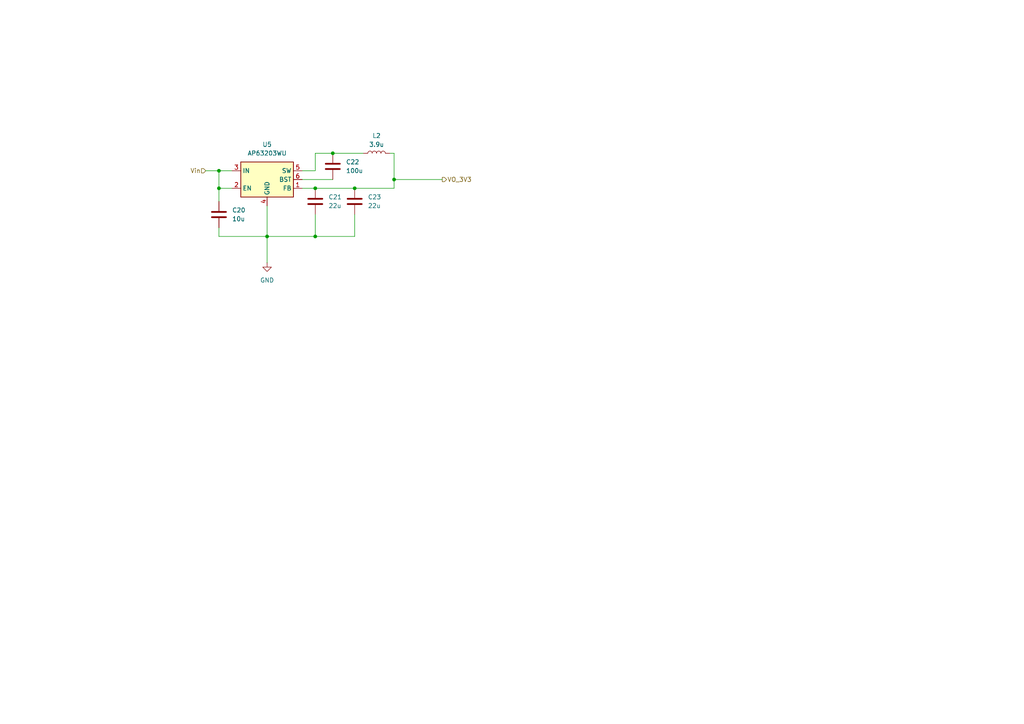
<source format=kicad_sch>
(kicad_sch (version 20250114) (generator "eeschema") (generator_version "9.0")
  (paper "A4")
  (lib_symbols
    (symbol "Device:C" (pin_numbers (hide yes)) (pin_names (offset 0.254))
      (property "Reference" "C" (at 0.635 2.54 0))
      (property "Value" "C" (at 0.635 -2.54 0))
      (symbol "C_0_1"
        (polyline (pts (xy -2.032 0.762) (xy 2.032 0.762)) (stroke (width 0.508)))
        (polyline (pts (xy -2.032 -0.762) (xy 2.032 -0.762)) (stroke (width 0.508)))
      )
      (symbol "C_1_1"
        (pin passive line (at 0 3.81 270) (length 2.794) (name "~") (number "1"))
        (pin passive line (at 0 -3.81 90) (length 2.794) (name "~") (number "2"))
      )
    )
    (symbol "Device:L" (pin_numbers (hide yes)) (pin_names (offset 1.016) (hide yes))
      (property "Reference" "L" (at -1.27 0 90))
      (property "Value" "L" (at 1.905 0 90))
      (symbol "L_0_1"
        (arc (start 0 2.54) (mid 0.6323 1.905) (end 0 1.27))
        (arc (start 0 1.27) (mid 0.6323 0.635) (end 0 0))
        (arc (start 0 0) (mid 0.6323 -0.635) (end 0 -1.27))
        (arc (start 0 -1.27) (mid 0.6323 -1.905) (end 0 -2.54))
      )
      (symbol "L_1_1"
        (pin passive line (at 0 3.81 270) (length 1.27) (name "1") (number "1"))
        (pin passive line (at 0 -3.81 90) (length 1.27) (name "2") (number "2"))
      )
    )
    (symbol "Regulator_Switching:AP63203WU"
      (property "Reference" "U" (at -7.62 6.35 0))
      (property "Value" "AP63203WU" (at 2.54 6.35 0))
      (symbol "AP63203WU_0_1"
        (rectangle (start -7.62 5.08) (end 7.62 -5.08) (stroke (width 0.254)) (fill (type background)))
      )
      (symbol "AP63203WU_1_1"
        (pin power_in line (at -10.16 2.54 0) (length 2.54) (name "IN") (number "3"))
        (pin input line (at -10.16 -2.54 0) (length 2.54) (name "EN") (number "2"))
        (pin power_in line (at 0 -7.62 90) (length 2.54) (name "GND") (number "4"))
        (pin output line (at 10.16 2.54 180) (length 2.54) (name "SW") (number "5"))
        (pin passive line (at 10.16 0 180) (length 2.54) (name "BST") (number "6"))
        (pin input line (at 10.16 -2.54 180) (length 2.54) (name "FB") (number "1"))
      )
    )
    (symbol "power:GND" (power) (pin_numbers (hide yes)) (pin_names (offset 0) (hide yes))
      (property "Value" "GND" (at 0 -3.81 0))
      (symbol "GND_0_1"
        (polyline (pts (xy 0 0) (xy 0 -1.27) (xy 1.27 -1.27) (xy 0 -2.54) (xy -1.27 -1.27) (xy 0 -1.27)))
      )
      (symbol "GND_1_1"
        (pin power_in line (at 0 0 270) (length 0) (name "~") (number "1"))
      )
    )
  )
  (junction (at 63.5 49.53))
  (junction (at 63.5 54.61))
  (junction (at 114.3 52.07))
  (junction (at 91.44 68.58))
  (junction (at 102.87 54.61))
  (junction (at 91.44 54.61))
  (junction (at 77.47 68.58))
  (junction (at 96.52 44.45))
  (wire (pts (xy 102.87 54.61) (xy 91.44 54.61)))
  (wire (pts (xy 102.87 62.23) (xy 102.87 68.58)))
  (wire (pts (xy 102.87 68.58) (xy 91.44 68.58)))
  (wire (pts (xy 91.44 49.53) (xy 91.44 44.45)))
  (wire (pts (xy 63.5 68.58) (xy 63.5 66.04)))
  (wire (pts (xy 67.31 54.61) (xy 63.5 54.61)))
  (wire (pts (xy 87.63 49.53) (xy 91.44 49.53)))
  (wire (pts (xy 77.47 68.58) (xy 77.47 76.2)))
  (wire (pts (xy 114.3 52.07) (xy 128.27 52.07)))
  (wire (pts (xy 102.87 54.61) (xy 114.3 54.61)))
  (wire (pts (xy 114.3 44.45) (xy 114.3 52.07)))
  (wire (pts (xy 77.47 68.58) (xy 91.44 68.58)))
  (wire (pts (xy 59.69 49.53) (xy 63.5 49.53)))
  (wire (pts (xy 91.44 68.58) (xy 91.44 62.23)))
  (wire (pts (xy 77.47 59.69) (xy 77.47 68.58)))
  (wire (pts (xy 63.5 54.61) (xy 63.5 49.53)))
  (wire (pts (xy 77.47 68.58) (xy 63.5 68.58)))
  (wire (pts (xy 87.63 52.07) (xy 96.52 52.07)))
  (wire (pts (xy 114.3 52.07) (xy 114.3 54.61)))
  (wire (pts (xy 91.44 54.61) (xy 87.63 54.61)))
  (wire (pts (xy 63.5 54.61) (xy 63.5 58.42)))
  (wire (pts (xy 91.44 44.45) (xy 96.52 44.45)))
  (wire (pts (xy 63.5 49.53) (xy 67.31 49.53)))
  (wire (pts (xy 114.3 44.45) (xy 113.03 44.45)))
  (wire (pts (xy 96.52 44.45) (xy 105.41 44.45)))
  (hierarchical_label "Vin" (shape input) (at 59.69 49.53 180))
  (hierarchical_label "VO_3V3" (shape output) (at 128.27 52.07 0))
  (symbol (lib_id "power:GND") (at 77.47 76.2 0) (unit 1)
    (property "Reference" "#PWR04" (effects (hide yes)))
    (property "Value" "GND" (at 77.47 81.28 0))
    (property "Description" "Power symbol creates a global label with name \"GND\" , ground" (effects (hide yes)))
  )
  (symbol (lib_id "Device:C") (at 91.44 58.42 0) (unit 1)
    (property "Reference" "C21" (at 95.25 57.1499 0) (effects (justify left)))
    (property "Value" "22u" (at 95.25 59.6899 0) (effects (justify left)))
    (property "Footprint" "Capacitor_SMD:C_0603_1608Metric_Pad1.08x0.95mm_HandSolder" (effects (hide yes)))
    (property "Description" "Unpolarized capacitor" (effects (hide yes)))
    (property "Digikey Part Number" "490-10476-1-ND" (effects (hide yes)))
  )
  (symbol (lib_id "Device:L") (at 109.22 44.45 90) (unit 1)
    (property "Reference" "L2" (at 109.22 39.37 90))
    (property "Value" "3.9u" (at 109.22 41.91 90))
    (property "Footprint" "Cu_Inductor:IND_BOURNS_SRR4028" (effects (hide yes)))
    (property "Description" "Inductor" (effects (hide yes)))
    (property "Digikey Part Number" "SRU8043-3R9YCT-ND" (effects (hide yes)))
  )
  (symbol (lib_id "Device:C") (at 63.5 62.23 0) (unit 1)
    (property "Reference" "C20" (at 67.31 60.9599 0) (effects (justify left)))
    (property "Value" "10u" (at 67.31 63.4999 0) (effects (justify left)))
    (property "Footprint" "Capacitor_SMD:C_0603_1608Metric_Pad1.08x0.95mm_HandSolder" (effects (hide yes)))
    (property "Description" "Unpolarized capacitor" (effects (hide yes)))
    (property "Digikey Part Number" "478-KGM15CR50J106MTCT-ND" (effects (hide yes)))
  )
  (symbol (lib_id "Regulator_Switching:AP63203WU") (at 77.47 52.07 0) (unit 1)
    (property "Reference" "U5" (at 77.47 41.91 0))
    (property "Value" "AP63203WU" (at 77.47 44.45 0))
    (property "Footprint" "Package_TO_SOT_SMD:TSOT-23-6" (effects (hide yes)))
    (property "Datasheet" "https://www.diodes.com/assets/Datasheets/AP63200-AP63201-AP63203-AP63205.pdf" (effects (hide yes)))
    (property "Description" "2A, 1.1MHz Buck DC/DC Converter, fixed 3.3V output voltage, TSOT-23-6" (effects (hide yes)))
    (property "Digikey Part Number" "AP63205WU-7DICT-ND" (effects (hide yes)))
  )
  (symbol (lib_id "Device:C") (at 96.52 48.26 0) (unit 1)
    (property "Reference" "C22" (at 100.33 46.9899 0) (effects (justify left)))
    (property "Value" "100u" (at 100.33 49.5299 0) (effects (justify left)))
    (property "Footprint" "Capacitor_SMD:C_0603_1608Metric_Pad1.08x0.95mm_HandSolder" (effects (hide yes)))
    (property "Description" "Unpolarized capacitor" (effects (hide yes)))
    (property "Digikey Part Number" "490-13980-1-ND" (effects (hide yes)))
  )
  (symbol (lib_id "Device:C") (at 102.87 58.42 0) (unit 1)
    (property "Reference" "C23" (at 106.68 57.1499 0) (effects (justify left)))
    (property "Value" "22u" (at 106.68 59.6899 0) (effects (justify left)))
    (property "Footprint" "Capacitor_SMD:C_0603_1608Metric_Pad1.08x0.95mm_HandSolder" (effects (hide yes)))
    (property "Description" "Unpolarized capacitor" (effects (hide yes)))
    (property "Digikey Part Number" "490-10476-1-ND" (effects (hide yes)))
  )
)
</source>
